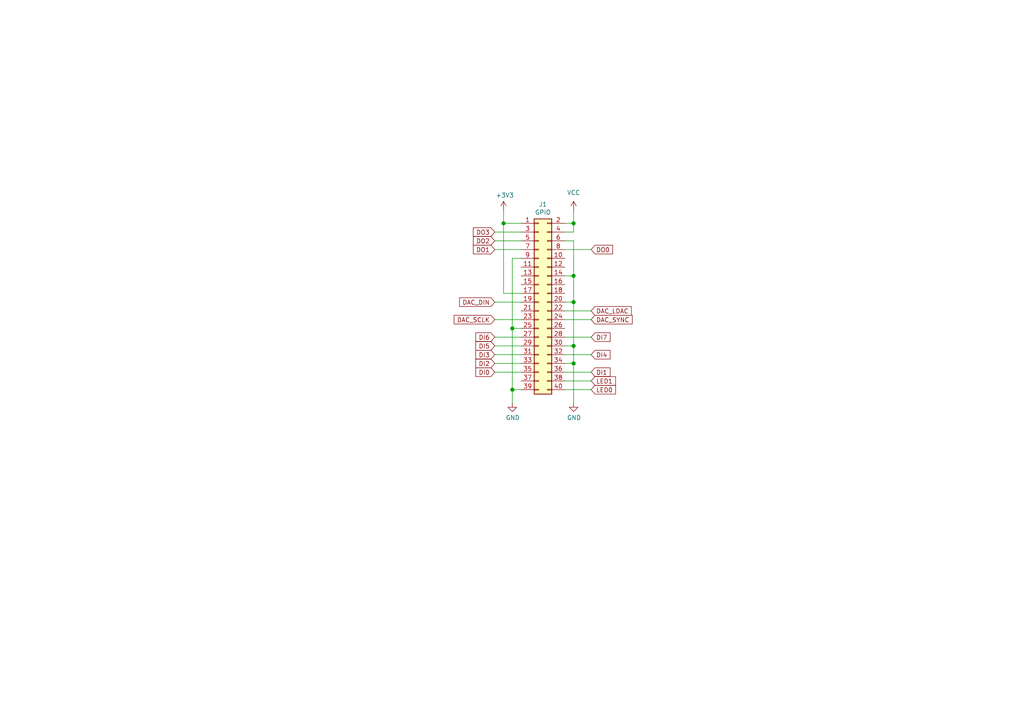
<source format=kicad_sch>
(kicad_sch (version 20231120) (generator "eeschema") (generator_version "8.0")
  (paper "A4")
  (lib_symbols
    (symbol "Connector_Generic:Conn_02x20_Odd_Even" (pin_names (offset 1.016) hide)
      (property "Reference" "J" (at 1.27 25.4 0))
      (property "Value" "Conn_02x20_Odd_Even" (at 1.27 -27.94 0))
      (symbol "Conn_02x20_Odd_Even_1_1"
        (rectangle (start -1.27 -25.273) (end 0 -25.527) (stroke (width 0.1524)))
        (rectangle (start -1.27 -22.733) (end 0 -22.987) (stroke (width 0.1524)))
        (rectangle (start -1.27 -20.193) (end 0 -20.447) (stroke (width 0.1524)))
        (rectangle (start -1.27 -17.653) (end 0 -17.907) (stroke (width 0.1524)))
        (rectangle (start -1.27 -15.113) (end 0 -15.367) (stroke (width 0.1524)))
        (rectangle (start -1.27 -12.573) (end 0 -12.827) (stroke (width 0.1524)))
        (rectangle (start -1.27 -10.033) (end 0 -10.287) (stroke (width 0.1524)))
        (rectangle (start -1.27 -7.493) (end 0 -7.747) (stroke (width 0.1524)))
        (rectangle (start -1.27 -4.953) (end 0 -5.207) (stroke (width 0.1524)))
        (rectangle (start -1.27 -2.413) (end 0 -2.667) (stroke (width 0.1524)))
        (rectangle (start -1.27 0.127) (end 0 -0.127) (stroke (width 0.1524)))
        (rectangle (start -1.27 2.667) (end 0 2.413) (stroke (width 0.1524)))
        (rectangle (start -1.27 5.207) (end 0 4.953) (stroke (width 0.1524)))
        (rectangle (start -1.27 7.747) (end 0 7.493) (stroke (width 0.1524)))
        (rectangle (start -1.27 10.287) (end 0 10.033) (stroke (width 0.1524)))
        (rectangle (start -1.27 12.827) (end 0 12.573) (stroke (width 0.1524)))
        (rectangle (start -1.27 15.367) (end 0 15.113) (stroke (width 0.1524)))
        (rectangle (start -1.27 17.907) (end 0 17.653) (stroke (width 0.1524)))
        (rectangle (start -1.27 20.447) (end 0 20.193) (stroke (width 0.1524)))
        (rectangle (start -1.27 22.987) (end 0 22.733) (stroke (width 0.1524)))
        (rectangle (start -1.27 24.13) (end 3.81 -26.67) (stroke (width 0.254)) (fill (type background)))
        (rectangle (start 3.81 -25.273) (end 2.54 -25.527) (stroke (width 0.1524)))
        (rectangle (start 3.81 -22.733) (end 2.54 -22.987) (stroke (width 0.1524)))
        (rectangle (start 3.81 -20.193) (end 2.54 -20.447) (stroke (width 0.1524)))
        (rectangle (start 3.81 -17.653) (end 2.54 -17.907) (stroke (width 0.1524)))
        (rectangle (start 3.81 -15.113) (end 2.54 -15.367) (stroke (width 0.1524)))
        (rectangle (start 3.81 -12.573) (end 2.54 -12.827) (stroke (width 0.1524)))
        (rectangle (start 3.81 -10.033) (end 2.54 -10.287) (stroke (width 0.1524)))
        (rectangle (start 3.81 -7.493) (end 2.54 -7.747) (stroke (width 0.1524)))
        (rectangle (start 3.81 -4.953) (end 2.54 -5.207) (stroke (width 0.1524)))
        (rectangle (start 3.81 -2.413) (end 2.54 -2.667) (stroke (width 0.1524)))
        (rectangle (start 3.81 0.127) (end 2.54 -0.127) (stroke (width 0.1524)))
        (rectangle (start 3.81 2.667) (end 2.54 2.413) (stroke (width 0.1524)))
        (rectangle (start 3.81 5.207) (end 2.54 4.953) (stroke (width 0.1524)))
        (rectangle (start 3.81 7.747) (end 2.54 7.493) (stroke (width 0.1524)))
        (rectangle (start 3.81 10.287) (end 2.54 10.033) (stroke (width 0.1524)))
        (rectangle (start 3.81 12.827) (end 2.54 12.573) (stroke (width 0.1524)))
        (rectangle (start 3.81 15.367) (end 2.54 15.113) (stroke (width 0.1524)))
        (rectangle (start 3.81 17.907) (end 2.54 17.653) (stroke (width 0.1524)))
        (rectangle (start 3.81 20.447) (end 2.54 20.193) (stroke (width 0.1524)))
        (rectangle (start 3.81 22.987) (end 2.54 22.733) (stroke (width 0.1524)))
        (pin passive line (at -5.08 22.86 0) (length 3.81) (name "Pin_1") (number "1"))
        (pin passive line (at 7.62 12.7 180) (length 3.81) (name "Pin_10") (number "10"))
        (pin passive line (at -5.08 10.16 0) (length 3.81) (name "Pin_11") (number "11"))
        (pin passive line (at 7.62 10.16 180) (length 3.81) (name "Pin_12") (number "12"))
        (pin passive line (at -5.08 7.62 0) (length 3.81) (name "Pin_13") (number "13"))
        (pin passive line (at 7.62 7.62 180) (length 3.81) (name "Pin_14") (number "14"))
        (pin passive line (at -5.08 5.08 0) (length 3.81) (name "Pin_15") (number "15"))
        (pin passive line (at 7.62 5.08 180) (length 3.81) (name "Pin_16") (number "16"))
        (pin passive line (at -5.08 2.54 0) (length 3.81) (name "Pin_17") (number "17"))
        (pin passive line (at 7.62 2.54 180) (length 3.81) (name "Pin_18") (number "18"))
        (pin passive line (at -5.08 0 0) (length 3.81) (name "Pin_19") (number "19"))
        (pin passive line (at 7.62 22.86 180) (length 3.81) (name "Pin_2") (number "2"))
        (pin passive line (at 7.62 0 180) (length 3.81) (name "Pin_20") (number "20"))
        (pin passive line (at -5.08 -2.54 0) (length 3.81) (name "Pin_21") (number "21"))
        (pin passive line (at 7.62 -2.54 180) (length 3.81) (name "Pin_22") (number "22"))
        (pin passive line (at -5.08 -5.08 0) (length 3.81) (name "Pin_23") (number "23"))
        (pin passive line (at 7.62 -5.08 180) (length 3.81) (name "Pin_24") (number "24"))
        (pin passive line (at -5.08 -7.62 0) (length 3.81) (name "Pin_25") (number "25"))
        (pin passive line (at 7.62 -7.62 180) (length 3.81) (name "Pin_26") (number "26"))
        (pin passive line (at -5.08 -10.16 0) (length 3.81) (name "Pin_27") (number "27"))
        (pin passive line (at 7.62 -10.16 180) (length 3.81) (name "Pin_28") (number "28"))
        (pin passive line (at -5.08 -12.7 0) (length 3.81) (name "Pin_29") (number "29"))
        (pin passive line (at -5.08 20.32 0) (length 3.81) (name "Pin_3") (number "3"))
        (pin passive line (at 7.62 -12.7 180) (length 3.81) (name "Pin_30") (number "30"))
        (pin passive line (at -5.08 -15.24 0) (length 3.81) (name "Pin_31") (number "31"))
        (pin passive line (at 7.62 -15.24 180) (length 3.81) (name "Pin_32") (number "32"))
        (pin passive line (at -5.08 -17.78 0) (length 3.81) (name "Pin_33") (number "33"))
        (pin passive line (at 7.62 -17.78 180) (length 3.81) (name "Pin_34") (number "34"))
        (pin passive line (at -5.08 -20.32 0) (length 3.81) (name "Pin_35") (number "35"))
        (pin passive line (at 7.62 -20.32 180) (length 3.81) (name "Pin_36") (number "36"))
        (pin passive line (at -5.08 -22.86 0) (length 3.81) (name "Pin_37") (number "37"))
        (pin passive line (at 7.62 -22.86 180) (length 3.81) (name "Pin_38") (number "38"))
        (pin passive line (at -5.08 -25.4 0) (length 3.81) (name "Pin_39") (number "39"))
        (pin passive line (at 7.62 20.32 180) (length 3.81) (name "Pin_4") (number "4"))
        (pin passive line (at 7.62 -25.4 180) (length 3.81) (name "Pin_40") (number "40"))
        (pin passive line (at -5.08 17.78 0) (length 3.81) (name "Pin_5") (number "5"))
        (pin passive line (at 7.62 17.78 180) (length 3.81) (name "Pin_6") (number "6"))
        (pin passive line (at -5.08 15.24 0) (length 3.81) (name "Pin_7") (number "7"))
        (pin passive line (at 7.62 15.24 180) (length 3.81) (name "Pin_8") (number "8"))
        (pin passive line (at -5.08 12.7 0) (length 3.81) (name "Pin_9") (number "9"))
      )
    )
    (symbol "power:+3.3V" (power) (pin_names (offset 0))
      (property "Value" "+3.3V" (at 0 3.556 0))
      (symbol "+3.3V_0_1"
        (polyline (pts (xy -0.762 1.27) (xy 0 2.54)))
        (polyline (pts (xy 0 0) (xy 0 2.54)))
        (polyline (pts (xy 0 2.54) (xy 0.762 1.27)))
      )
      (symbol "+3.3V_1_1"
        (pin power_in line (at 0 0 90) (length 0) hide (name "+3V3") (number "1"))
      )
    )
    (symbol "power:GND" (power) (pin_names (offset 0))
      (property "Value" "GND" (at 0 -3.81 0))
      (symbol "GND_0_1"
        (polyline (pts (xy 0 0) (xy 0 -1.27) (xy 1.27 -1.27) (xy 0 -2.54) (xy -1.27 -1.27) (xy 0 -1.27)))
      )
      (symbol "GND_1_1"
        (pin power_in line (at 0 0 270) (length 0) hide (name "GND") (number "1"))
      )
    )
    (symbol "power:VCC" (power) (pin_numbers hide) (pin_names (offset 0) hide)
      (property "Value" "VCC" (at 0 3.556 0))
      (symbol "VCC_0_1"
        (polyline (pts (xy -0.762 1.27) (xy 0 2.54)))
        (polyline (pts (xy 0 0) (xy 0 2.54)))
        (polyline (pts (xy 0 2.54) (xy 0.762 1.27)))
      )
      (symbol "VCC_1_1"
        (pin power_in line (at 0 0 90) (length 0) (name "~") (number "1"))
      )
    )
  )
  (junction (at 146.05 64.77) (diameter 1.016))
  (junction (at 166.37 64.77) (diameter 1.016))
  (junction (at 166.37 100.33) (diameter 1.016))
  (junction (at 166.37 105.41) (diameter 1.016))
  (junction (at 166.37 80.01) (diameter 1.016))
  (junction (at 148.59 95.25) (diameter 1.016))
  (junction (at 166.37 87.63) (diameter 1.016))
  (junction (at 148.59 113.03) (diameter 1.016))
  (wire (pts (xy 148.59 95.25) (xy 148.59 113.03)))
  (wire (pts (xy 166.37 69.85) (xy 166.37 80.01)))
  (wire (pts (xy 143.51 107.95) (xy 151.13 107.95)))
  (wire (pts (xy 148.59 113.03) (xy 151.13 113.03)))
  (wire (pts (xy 166.37 64.77) (xy 163.83 64.77)))
  (wire (pts (xy 148.59 74.93) (xy 148.59 95.25)))
  (wire (pts (xy 146.05 64.77) (xy 151.13 64.77)))
  (wire (pts (xy 163.83 72.39) (xy 171.45 72.39)))
  (wire (pts (xy 166.37 60.96) (xy 166.37 64.77)))
  (wire (pts (xy 166.37 67.31) (xy 163.83 67.31)))
  (wire (pts (xy 143.51 92.71) (xy 151.13 92.71)))
  (wire (pts (xy 148.59 113.03) (xy 148.59 116.84)))
  (wire (pts (xy 166.37 87.63) (xy 163.83 87.63)))
  (wire (pts (xy 166.37 87.63) (xy 166.37 100.33)))
  (wire (pts (xy 143.51 102.87) (xy 151.13 102.87)))
  (wire (pts (xy 166.37 100.33) (xy 166.37 105.41)))
  (wire (pts (xy 143.51 67.31) (xy 151.13 67.31)))
  (wire (pts (xy 148.59 95.25) (xy 151.13 95.25)))
  (wire (pts (xy 163.83 92.71) (xy 171.45 92.71)))
  (wire (pts (xy 146.05 64.77) (xy 146.05 85.09)))
  (wire (pts (xy 166.37 69.85) (xy 163.83 69.85)))
  (wire (pts (xy 166.37 100.33) (xy 163.83 100.33)))
  (wire (pts (xy 163.83 107.95) (xy 171.45 107.95)))
  (wire (pts (xy 166.37 80.01) (xy 163.83 80.01)))
  (wire (pts (xy 163.83 102.87) (xy 171.45 102.87)))
  (wire (pts (xy 166.37 105.41) (xy 163.83 105.41)))
  (wire (pts (xy 166.37 80.01) (xy 166.37 87.63)))
  (wire (pts (xy 163.83 90.17) (xy 171.45 90.17)))
  (wire (pts (xy 143.51 105.41) (xy 151.13 105.41)))
  (wire (pts (xy 143.51 100.33) (xy 151.13 100.33)))
  (wire (pts (xy 143.51 97.79) (xy 151.13 97.79)))
  (wire (pts (xy 146.05 60.96) (xy 146.05 64.77)))
  (wire (pts (xy 143.51 87.63) (xy 151.13 87.63)))
  (wire (pts (xy 166.37 105.41) (xy 166.37 116.84)))
  (wire (pts (xy 143.51 69.85) (xy 151.13 69.85)))
  (wire (pts (xy 163.83 97.79) (xy 171.45 97.79)))
  (wire (pts (xy 163.83 113.03) (xy 171.45 113.03)))
  (wire (pts (xy 166.37 64.77) (xy 166.37 67.31)))
  (wire (pts (xy 146.05 85.09) (xy 151.13 85.09)))
  (wire (pts (xy 163.83 110.49) (xy 171.45 110.49)))
  (wire (pts (xy 148.59 74.93) (xy 151.13 74.93)))
  (wire (pts (xy 143.51 72.39) (xy 151.13 72.39)))
  (global_label "DO1" (shape input) (at 143.51 72.39 180) (property "Intersheetrefs" "${INTERSHEET_REFS}" (effects (hide yes))))
  (global_label "DI5" (shape input) (at 143.51 100.33 180) (property "Intersheetrefs" "${INTERSHEET_REFS}" (effects (hide yes))))
  (global_label "DI7" (shape input) (at 171.45 97.79 0) (property "Intersheetrefs" "${INTERSHEET_REFS}" (effects (hide yes))))
  (global_label "DO2" (shape input) (at 143.51 69.85 180) (property "Intersheetrefs" "${INTERSHEET_REFS}" (effects (hide yes))))
  (global_label "DI0" (shape input) (at 143.51 107.95 180) (property "Intersheetrefs" "${INTERSHEET_REFS}" (effects (hide yes))))
  (global_label "DO0" (shape input) (at 171.45 72.39 0) (property "Intersheetrefs" "${INTERSHEET_REFS}" (effects (hide yes))))
  (global_label "LED0" (shape input) (at 171.45 113.03 0) (property "Intersheetrefs" "${INTERSHEET_REFS}" (effects (hide yes))))
  (global_label "DAC_SYNC" (shape input) (at 171.45 92.71 0) (property "Intersheetrefs" "${INTERSHEET_REFS}" (effects (hide yes))))
  (global_label "DI6" (shape input) (at 143.51 97.79 180) (property "Intersheetrefs" "${INTERSHEET_REFS}" (effects (hide yes))))
  (global_label "DI2" (shape input) (at 143.51 105.41 180) (property "Intersheetrefs" "${INTERSHEET_REFS}" (effects (hide yes))))
  (global_label "DI3" (shape input) (at 143.51 102.87 180) (property "Intersheetrefs" "${INTERSHEET_REFS}" (effects (hide yes))))
  (global_label "DAC_LDAC" (shape input) (at 171.45 90.17 0) (property "Intersheetrefs" "${INTERSHEET_REFS}" (effects (hide yes))))
  (global_label "DI1" (shape input) (at 171.45 107.95 0) (property "Intersheetrefs" "${INTERSHEET_REFS}" (effects (hide yes))))
  (global_label "LED1" (shape input) (at 171.45 110.49 0) (property "Intersheetrefs" "${INTERSHEET_REFS}" (effects (hide yes))))
  (global_label "DAC_DIN" (shape input) (at 143.51 87.63 180) (property "Intersheetrefs" "${INTERSHEET_REFS}" (effects (hide yes))))
  (global_label "DI4" (shape input) (at 171.45 102.87 0) (property "Intersheetrefs" "${INTERSHEET_REFS}" (effects (hide yes))))
  (global_label "DAC_SCLK" (shape input) (at 143.51 92.71 180) (property "Intersheetrefs" "${INTERSHEET_REFS}" (effects (hide yes))))
  (global_label "DO3" (shape input) (at 143.51 67.31 180) (property "Intersheetrefs" "${INTERSHEET_REFS}" (effects (hide yes))))
  (symbol (lib_id "Connector_Generic:Conn_02x20_Odd_Even") (at 156.21 87.63 0) (unit 1)
    (property "Reference" "J1" (at 157.48 59.2898 0))
    (property "Value" "GPIO" (at 157.48 61.595 0))
    (property "Footprint" "Connector_PinSocket_2.54mm:PinSocket_2x20_P2.54mm_Vertical" (effects (hide yes)))
    (property "JLCPCB Part #" "C50982" (effects (hide yes)))
  )
  (symbol (lib_id "power:+3.3V") (at 146.05 60.96 0) (unit 1)
    (property "Reference" "#PWR04" (effects (hide yes)))
    (property "Value" "+3V3" (at 146.4183 56.6356 0))
  )
  (symbol (lib_id "power:GND") (at 148.59 116.84 0) (unit 1)
    (property "Reference" "#PWR05" (effects (hide yes)))
    (property "Value" "GND" (at 148.7043 121.1644 0))
  )
  (symbol (lib_id "power:VCC") (at 166.37 60.96 0) (unit 1)
    (property "Reference" "#PWR042" (effects (hide yes)))
    (property "Value" "VCC" (at 166.37 55.88 0))
    (property "Description" "Power symbol creates a global label with name \"VCC\"" (effects (hide yes)))
  )
  (symbol (lib_id "power:GND") (at 166.37 116.84 0) (unit 1)
    (property "Reference" "#PWR07" (effects (hide yes)))
    (property "Value" "GND" (at 166.4843 121.1644 0))
  )
)
</source>
